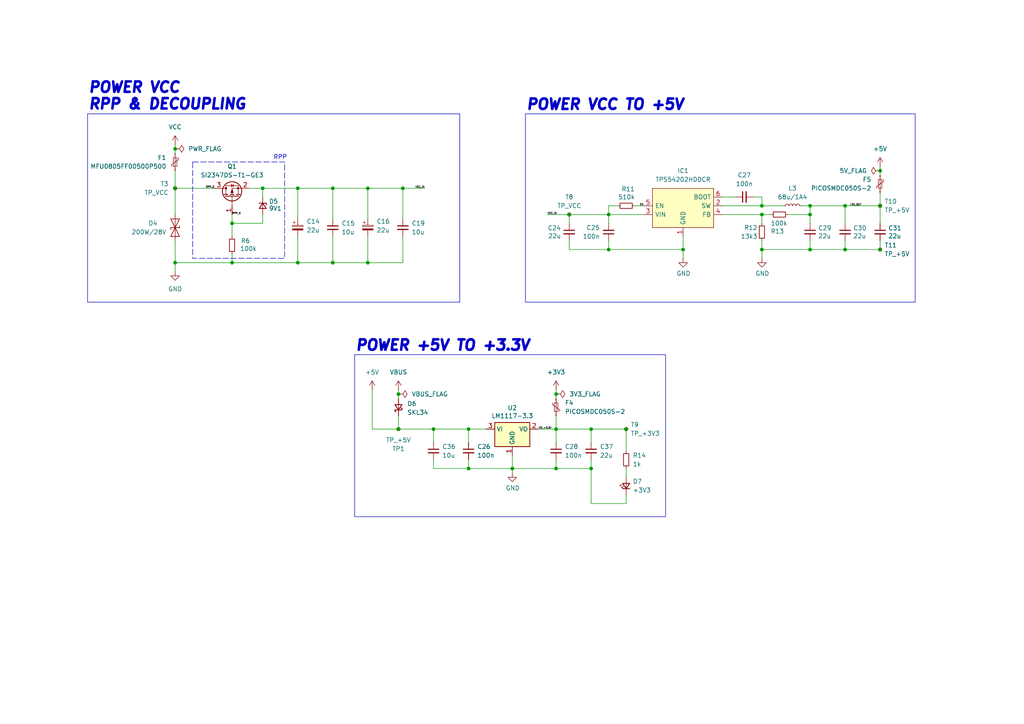
<source format=kicad_sch>
(kicad_sch (version 20250114) (generator "eeschema") (generator_version "9.0")
  (paper "A4")
  (lib_symbols
    (symbol "+5V_1" (power) (pin_numbers (hide yes)) (pin_names (offset 0) (hide yes))
      (property "Value" "+5V" (at 0 3.556 0))
      (symbol "+5V_1_0_1"
        (polyline (pts (xy -0.762 1.27) (xy 0 2.54)))
        (polyline (pts (xy 0 2.54) (xy 0.762 1.27)))
        (polyline (pts (xy 0 0) (xy 0 2.54)))
      )
      (symbol "+5V_1_1_1"
        (pin power_in line (at 0 0 90) (length 0) (name "~") (number "1"))
      )
    )
    (symbol "Connector:TestPoint_Small" (pin_numbers (hide yes)) (pin_names (offset 0.762) (hide yes))
      (property "Reference" "TP" (at 0 3.81 0))
      (property "Value" "TestPoint_Small" (at 0 2.032 0))
      (symbol "TestPoint_Small_0_1"
        (circle (center 0 0) (radius 0.508))
      )
      (symbol "TestPoint_Small_1_1"
        (pin passive line (at 0 0 90) (length 0) (name "1") (number "1"))
      )
    )
    (symbol "Device:C_Polarized_Small" (pin_numbers (hide yes)) (pin_names (offset 0.254) (hide yes))
      (property "Reference" "C" (at 0.254 1.778 0))
      (property "Value" "C_Polarized_Small" (at 0.254 -2.032 0))
      (symbol "C_Polarized_Small_0_1"
        (rectangle (start -1.524 0.6858) (end 1.524 0.3048))
        (rectangle (start -1.524 -0.3048) (end 1.524 -0.6858) (fill (type outline)))
        (polyline (pts (xy -1.27 1.524) (xy -0.762 1.524)))
        (polyline (pts (xy -1.016 1.27) (xy -1.016 1.778)))
      )
      (symbol "C_Polarized_Small_1_1"
        (pin passive line (at 0 2.54 270) (length 1.8542) (name "~") (number "1"))
        (pin passive line (at 0 -2.54 90) (length 1.8542) (name "~") (number "2"))
      )
    )
    (symbol "Device:C_Small" (pin_numbers (hide yes)) (pin_names (offset 0.254) (hide yes))
      (property "Reference" "C" (at 0.254 1.778 0))
      (property "Value" "C_Small" (at 0.254 -2.032 0))
      (symbol "C_Small_0_1"
        (polyline (pts (xy -1.524 0.508) (xy 1.524 0.508)) (stroke (width 0.3048)))
        (polyline (pts (xy -1.524 -0.508) (xy 1.524 -0.508)) (stroke (width 0.3302)))
      )
      (symbol "C_Small_1_1"
        (pin passive line (at 0 2.54 270) (length 2.032) (name "~") (number "1"))
        (pin passive line (at 0 -2.54 90) (length 2.032) (name "~") (number "2"))
      )
    )
    (symbol "Device:D_Schottky_Small" (pin_numbers (hide yes)) (pin_names (offset 0.254) (hide yes))
      (property "Reference" "D" (at -1.27 2.032 0))
      (property "Value" "D_Schottky_Small" (at -7.112 -2.032 0))
      (symbol "D_Schottky_Small_0_1"
        (polyline (pts (xy -1.27 0.762) (xy -1.27 1.016) (xy -0.762 1.016) (xy -0.762 -1.016) (xy -0.254 -1.016) (xy -0.254 -0.762)) (stroke (width 0.254)))
        (polyline (pts (xy -0.762 0) (xy 0.762 0)))
        (polyline (pts (xy 0.762 -1.016) (xy -0.762 0) (xy 0.762 1.016) (xy 0.762 -1.016)) (stroke (width 0.254)))
      )
      (symbol "D_Schottky_Small_1_1"
        (pin passive line (at -2.54 0 0) (length 1.778) (name "K") (number "1"))
        (pin passive line (at 2.54 0 180) (length 1.778) (name "A") (number "2"))
      )
    )
    (symbol "Device:D_Zener_Small" (pin_numbers (hide yes)) (pin_names (offset 0.254) (hide yes))
      (property "Reference" "D" (at 0 2.286 0))
      (property "Value" "D_Zener_Small" (at 0 -2.286 0))
      (symbol "D_Zener_Small_0_1"
        (polyline (pts (xy -0.254 1.016) (xy -0.762 1.016) (xy -0.762 -1.016)) (stroke (width 0.254)))
        (polyline (pts (xy 0.762 1.016) (xy -0.762 0) (xy 0.762 -1.016) (xy 0.762 1.016)) (stroke (width 0.254)))
        (polyline (pts (xy 0.762 0) (xy -0.762 0)))
      )
      (symbol "D_Zener_Small_1_1"
        (pin passive line (at -2.54 0 0) (length 1.778) (name "K") (number "1"))
        (pin passive line (at 2.54 0 180) (length 1.778) (name "A") (number "2"))
      )
    )
    (symbol "Device:LED_Small" (pin_numbers (hide yes)) (pin_names (offset 0.254) (hide yes))
      (property "Reference" "D" (at -1.27 3.175 0))
      (property "Value" "LED_Small" (at -4.445 -2.54 0))
      (symbol "LED_Small_0_1"
        (polyline (pts (xy -0.762 -1.016) (xy -0.762 1.016)) (stroke (width 0.254)))
        (polyline (pts (xy 0 0.762) (xy -0.508 1.27) (xy -0.254 1.27) (xy -0.508 1.27) (xy -0.508 1.016)))
        (polyline (pts (xy 0.508 1.27) (xy 0 1.778) (xy 0.254 1.778) (xy 0 1.778) (xy 0 1.524)))
        (polyline (pts (xy 0.762 -1.016) (xy -0.762 0) (xy 0.762 1.016) (xy 0.762 -1.016)) (stroke (width 0.254)))
        (polyline (pts (xy 1.016 0) (xy -0.762 0)))
      )
      (symbol "LED_Small_1_1"
        (pin passive line (at -2.54 0 0) (length 1.778) (name "K") (number "1"))
        (pin passive line (at 2.54 0 180) (length 1.778) (name "A") (number "2"))
      )
    )
    (symbol "Device:Polyfuse_Small" (pin_numbers (hide yes)) (pin_names (offset 0))
      (property "Reference" "F" (at -1.905 0 90))
      (property "Value" "Polyfuse_Small" (at 1.905 0 90))
      (symbol "Polyfuse_Small_0_1"
        (polyline (pts (xy -1.016 1.27) (xy -1.016 0.762) (xy 1.016 -0.762) (xy 1.016 -1.27)))
        (rectangle (start -0.508 1.27) (end 0.508 -1.27))
        (polyline (pts (xy 0 2.54) (xy 0 -2.54)))
      )
      (symbol "Polyfuse_Small_1_1"
        (pin passive line (at 0 2.54 270) (length 0.635) (name "~") (number "1"))
        (pin passive line (at 0 -2.54 90) (length 0.635) (name "~") (number "2"))
      )
    )
    (symbol "Device:R_Small" (pin_numbers (hide yes)) (pin_names (offset 0.254) (hide yes))
      (property "Reference" "R" (at 0.762 0.508 0))
      (property "Value" "R_Small" (at 0.762 -1.016 0))
      (symbol "R_Small_0_1"
        (rectangle (start -0.762 1.778) (end 0.762 -1.778) (stroke (width 0.2032)))
      )
      (symbol "R_Small_1_1"
        (pin passive line (at 0 2.54 270) (length 0.762) (name "~") (number "1"))
        (pin passive line (at 0 -2.54 90) (length 0.762) (name "~") (number "2"))
      )
    )
    (symbol "Diode:SD24_SOD323" (pin_numbers (hide yes)) (pin_names (offset 1.016) (hide yes))
      (property "Reference" "D" (at 0 2.54 0))
      (property "Value" "SD24_SOD323" (at 0 -2.54 0))
      (symbol "SD24_SOD323_0_1"
        (polyline (pts (xy -2.54 -1.27) (xy 0 0) (xy -2.54 1.27) (xy -2.54 -1.27)) (stroke (width 0.2032)))
        (polyline (pts (xy 0.508 1.27) (xy 0 1.27) (xy 0 -1.27) (xy -0.508 -1.27)) (stroke (width 0.2032)))
        (polyline (pts (xy 1.27 0) (xy -1.27 0)))
        (polyline (pts (xy 2.54 1.27) (xy 2.54 -1.27) (xy 0 0) (xy 2.54 1.27)) (stroke (width 0.2032)))
      )
      (symbol "SD24_SOD323_1_1"
        (pin passive line (at -3.81 0 0) (length 2.54) (name "A1") (number "1"))
        (pin passive line (at 3.81 0 180) (length 2.54) (name "A2") (number "2"))
      )
    )
    (symbol "Regulator_Linear:LM1117MP-3.3"
      (property "Reference" "U" (at -3.81 3.175 0))
      (property "Value" "LM1117MP-3.3" (at 0 3.175 0))
      (symbol "LM1117MP-3.3_0_1"
        (rectangle (start -5.08 -5.08) (end 5.08 1.905) (stroke (width 0.254)) (fill (type background)))
      )
      (symbol "LM1117MP-3.3_1_1"
        (pin power_in line (at -7.62 0 0) (length 2.54) (name "VI") (number "3"))
        (pin power_in line (at 0 -7.62 90) (length 2.54) (name "GND") (number "1"))
        (pin power_out line (at 7.62 0 180) (length 2.54) (name "VO") (number "2"))
      )
    )
    (symbol "SamacsysNew:TPS54202HDDCR" (pin_names (offset 0.762))
      (property "Reference" "IC" (at 24.13 7.62 0))
      (property "Value" "TPS54202HDDCR" (at 24.13 5.08 0))
      (symbol "TPS54202HDDCR_0_0"
        (pin passive line (at -13.97 0 0) (length 2.54) (name "EN") (number "5"))
        (pin passive line (at -13.97 -2.54 0) (length 2.54) (name "VIN") (number "3"))
        (pin passive line (at 8.89 2.54 180) (length 2.54) (name "BOOT") (number "6"))
        (pin passive line (at 8.89 0 180) (length 2.54) (name "SW") (number "2"))
        (pin passive line (at 8.89 -2.54 180) (length 2.54) (name "FB") (number "4"))
      )
      (symbol "TPS54202HDDCR_1_0"
        (pin passive line (at -2.54 -8.89 90) (length 2.54) (name "GND") (number "1"))
      )
      (symbol "TPS54202HDDCR_1_1"
        (polyline (pts (xy -11.43 5.08) (xy 6.35 5.08) (xy 6.35 -6.35) (xy -11.43 -6.35) (xy -11.43 5.08)) (stroke (width 0.1524)) (fill (type background)))
      )
    )
    (symbol "Samacsys_kicad_sym:SRR4028-271Y" (pin_numbers (hide yes)) (pin_names (offset 0) (hide yes))
      (property "Reference" "L" (at 0 5.08 0))
      (property "Value" "270uF" (at 0 2.54 0))
      (symbol "SRR4028-271Y_0_1"
        (arc (start -2.032 0) (mid -1.524 0.5058) (end -1.016 0))
        (arc (start -1.016 0) (mid -0.508 0.5058) (end 0 0))
        (arc (start 0 0) (mid 0.508 0.5058) (end 1.016 0))
        (arc (start 1.016 0) (mid 1.524 0.5058) (end 2.032 0))
      )
      (symbol "SRR4028-271Y_1_1"
        (pin passive line (at -2.54 0 0) (length 0.508) (name "~") (number "1"))
        (pin passive line (at 2.54 0 180) (length 0.508) (name "~") (number "2"))
      )
    )
    (symbol "Transistor_FET:Q_PMOS_GSD" (pin_names (offset 0) (hide yes))
      (property "Reference" "Q" (at 5.08 1.905 0))
      (property "Value" "Q_PMOS_GSD" (at 5.08 0 0))
      (symbol "Q_PMOS_GSD_0_1"
        (polyline (pts (xy 0.254 1.905) (xy 0.254 -1.905)) (stroke (width 0.254)))
        (polyline (pts (xy 0.254 0) (xy -2.54 0)))
        (polyline (pts (xy 0.762 2.286) (xy 0.762 1.27)) (stroke (width 0.254)))
        (polyline (pts (xy 0.762 1.778) (xy 3.302 1.778) (xy 3.302 -1.778) (xy 0.762 -1.778)))
        (polyline (pts (xy 0.762 0.508) (xy 0.762 -0.508)) (stroke (width 0.254)))
        (polyline (pts (xy 0.762 -1.27) (xy 0.762 -2.286)) (stroke (width 0.254)))
        (circle (center 1.651 0) (radius 2.794) (stroke (width 0.254)))
        (polyline (pts (xy 2.286 0) (xy 1.27 0.381) (xy 1.27 -0.381) (xy 2.286 0)) (fill (type outline)))
        (polyline (pts (xy 2.54 2.54) (xy 2.54 1.778)))
        (circle (center 2.54 1.778) (radius 0.254) (fill (type outline)))
        (circle (center 2.54 -1.778) (radius 0.254) (fill (type outline)))
        (polyline (pts (xy 2.54 -2.54) (xy 2.54 0) (xy 0.762 0)))
        (polyline (pts (xy 2.921 -0.381) (xy 3.683 -0.381)))
        (polyline (pts (xy 3.302 -0.381) (xy 2.921 0.254) (xy 3.683 0.254) (xy 3.302 -0.381)))
      )
      (symbol "Q_PMOS_GSD_1_1"
        (pin input line (at -5.08 0 0) (length 2.54) (name "G") (number "1"))
        (pin passive line (at 2.54 5.08 270) (length 2.54) (name "D") (number "3"))
        (pin passive line (at 2.54 -5.08 90) (length 2.54) (name "S") (number "2"))
      )
    )
    (symbol "power:+3V3" (power) (pin_numbers (hide yes)) (pin_names (offset 0) (hide yes))
      (property "Value" "+3V3" (at 0 3.556 0))
      (symbol "+3V3_0_1"
        (polyline (pts (xy -0.762 1.27) (xy 0 2.54)))
        (polyline (pts (xy 0 2.54) (xy 0.762 1.27)))
        (polyline (pts (xy 0 0) (xy 0 2.54)))
      )
      (symbol "+3V3_1_1"
        (pin power_in line (at 0 0 90) (length 0) (name "~") (number "1"))
      )
    )
    (symbol "power:GND" (power) (pin_numbers (hide yes)) (pin_names (offset 0) (hide yes))
      (property "Value" "GND" (at 0 -3.81 0))
      (symbol "GND_0_1"
        (polyline (pts (xy 0 0) (xy 0 -1.27) (xy 1.27 -1.27) (xy 0 -2.54) (xy -1.27 -1.27) (xy 0 -1.27)))
      )
      (symbol "GND_1_1"
        (pin power_in line (at 0 0 270) (length 0) (name "~") (number "1"))
      )
    )
    (symbol "power:PWR_FLAG" (power) (pin_numbers (hide yes)) (pin_names (offset 0) (hide yes))
      (property "Value" "PWR_FLAG" (at 0 3.81 0))
      (symbol "PWR_FLAG_0_0"
        (pin power_out line (at 0 0 90) (length 0) (name "~") (number "1"))
      )
      (symbol "PWR_FLAG_0_1"
        (polyline (pts (xy 0 0) (xy 0 1.27) (xy -1.016 1.905) (xy 0 2.54) (xy 1.016 1.905) (xy 0 1.27)))
      )
    )
    (symbol "power:VBUS" (power) (pin_numbers (hide yes)) (pin_names (offset 0) (hide yes))
      (property "Value" "VBUS" (at 0 3.556 0))
      (symbol "VBUS_0_1"
        (polyline (pts (xy -0.762 1.27) (xy 0 2.54)))
        (polyline (pts (xy 0 2.54) (xy 0.762 1.27)))
        (polyline (pts (xy 0 0) (xy 0 2.54)))
      )
      (symbol "VBUS_1_1"
        (pin power_in line (at 0 0 90) (length 0) (name "~") (number "1"))
      )
    )
    (symbol "power:VCC" (power) (pin_numbers (hide yes)) (pin_names (offset 0) (hide yes))
      (property "Value" "VCC" (at 0 3.556 0))
      (symbol "VCC_0_1"
        (polyline (pts (xy -0.762 1.27) (xy 0 2.54)))
        (polyline (pts (xy 0 2.54) (xy 0.762 1.27)))
        (polyline (pts (xy 0 0) (xy 0 2.54)))
      )
      (symbol "VCC_1_1"
        (pin power_in line (at 0 0 90) (length 0) (name "~") (number "1"))
      )
    )
  )
  (rectangle (start 102.87 102.87) (end 193.04 149.86))
  (rectangle (start 55.88 46.99) (end 82.55 74.93) (stroke (width 0) (type dash)))
  (rectangle (start 152.4 33.02) (end 265.43 87.63))
  (rectangle (start 25.4 33.02) (end 133.35 87.63))
  (text "POWER +5V TO +3.3V" (at 102.87 100.33 0) (effects (font (size 3 3) (thickness 2) (bold yes) (italic yes)) (justify left)))
  (text "POWER VCC\nRPP & DECOUPLING" (at 25.4 27.94 0) (effects (font (size 3 3) (thickness 2) (bold yes) (italic yes)) (justify left)))
  (text "RPP" (at 81.28 45.72 0) (effects (font (size 1.27 1.27))))
  (text "POWER VCC TO +5V" (at 152.4 30.48 0) (effects (font (size 3 3) (thickness 2) (bold yes) (italic yes)) (justify left)))
  (junction (at 50.8 43.18))
  (junction (at 106.68 54.61))
  (junction (at 161.29 124.46))
  (junction (at 115.57 114.3))
  (junction (at 161.29 135.89))
  (junction (at 135.89 135.89))
  (junction (at 198.12 72.39))
  (junction (at 220.98 62.23))
  (junction (at 165.1 62.23))
  (junction (at 234.95 72.39))
  (junction (at 234.95 62.23))
  (junction (at 135.89 124.46))
  (junction (at 96.52 76.2))
  (junction (at 125.73 124.46))
  (junction (at 67.31 64.77))
  (junction (at 96.52 54.61))
  (junction (at 67.31 76.2))
  (junction (at 116.84 54.61))
  (junction (at 50.8 54.61))
  (junction (at 115.57 124.46))
  (junction (at 171.45 135.89))
  (junction (at 181.61 124.46))
  (junction (at 86.36 54.61))
  (junction (at 76.2 54.61))
  (junction (at 176.53 72.39))
  (junction (at 161.29 114.3))
  (junction (at 220.98 59.69))
  (junction (at 245.11 72.39))
  (junction (at 176.53 62.23))
  (junction (at 255.27 72.39))
  (junction (at 255.27 49.53))
  (junction (at 220.98 72.39))
  (junction (at 86.36 76.2))
  (junction (at 50.8 76.2))
  (junction (at 171.45 124.46))
  (junction (at 245.11 59.69))
  (junction (at 148.59 135.89))
  (junction (at 106.68 76.2))
  (junction (at 234.95 59.69))
  (junction (at 255.27 59.69))
  (wire (pts (xy 209.55 59.69) (xy 220.98 59.69)))
  (wire (pts (xy 176.53 62.23) (xy 186.69 62.23)))
  (wire (pts (xy 106.68 76.2) (xy 116.84 76.2)))
  (wire (pts (xy 171.45 135.89) (xy 171.45 146.05)))
  (wire (pts (xy 50.8 76.2) (xy 67.31 76.2)))
  (wire (pts (xy 135.89 124.46) (xy 140.97 124.46)))
  (wire (pts (xy 148.59 135.89) (xy 161.29 135.89)))
  (wire (pts (xy 67.31 64.77) (xy 67.31 68.58)))
  (wire (pts (xy 125.73 133.35) (xy 125.73 135.89)))
  (wire (pts (xy 72.39 54.61) (xy 76.2 54.61)))
  (wire (pts (xy 198.12 72.39) (xy 176.53 72.39)))
  (wire (pts (xy 165.1 62.23) (xy 165.1 64.77)))
  (wire (pts (xy 107.95 124.46) (xy 115.57 124.46)))
  (wire (pts (xy 135.89 135.89) (xy 148.59 135.89)))
  (wire (pts (xy 255.27 69.85) (xy 255.27 72.39)))
  (wire (pts (xy 161.29 120.65) (xy 161.29 124.46)))
  (wire (pts (xy 245.11 69.85) (xy 245.11 72.39)))
  (wire (pts (xy 171.45 124.46) (xy 171.45 128.27)))
  (wire (pts (xy 161.29 124.46) (xy 161.29 128.27)))
  (wire (pts (xy 67.31 62.23) (xy 67.31 64.77)))
  (wire (pts (xy 198.12 72.39) (xy 198.12 74.93)))
  (wire (pts (xy 107.95 113.03) (xy 107.95 124.46)))
  (wire (pts (xy 156.21 124.46) (xy 161.29 124.46)))
  (wire (pts (xy 209.55 62.23) (xy 220.98 62.23)))
  (wire (pts (xy 115.57 114.3) (xy 115.57 115.57)))
  (wire (pts (xy 245.11 59.69) (xy 234.95 59.69)))
  (wire (pts (xy 184.15 59.69) (xy 186.69 59.69)))
  (wire (pts (xy 218.44 57.15) (xy 220.98 57.15)))
  (wire (pts (xy 116.84 76.2) (xy 116.84 68.58)))
  (wire (pts (xy 50.8 49.53) (xy 50.8 54.61)))
  (wire (pts (xy 67.31 64.77) (xy 76.2 64.77)))
  (wire (pts (xy 234.95 59.69) (xy 234.95 62.23)))
  (wire (pts (xy 255.27 49.53) (xy 255.27 48.26)))
  (wire (pts (xy 115.57 113.03) (xy 115.57 114.3)))
  (wire (pts (xy 255.27 72.39) (xy 245.11 72.39)))
  (wire (pts (xy 161.29 135.89) (xy 171.45 135.89)))
  (wire (pts (xy 176.53 72.39) (xy 176.53 69.85)))
  (wire (pts (xy 158.75 62.23) (xy 165.1 62.23)))
  (wire (pts (xy 125.73 124.46) (xy 135.89 124.46)))
  (wire (pts (xy 255.27 59.69) (xy 245.11 59.69)))
  (wire (pts (xy 228.6 62.23) (xy 234.95 62.23)))
  (wire (pts (xy 135.89 124.46) (xy 135.89 128.27)))
  (wire (pts (xy 76.2 62.23) (xy 76.2 64.77)))
  (wire (pts (xy 86.36 54.61) (xy 96.52 54.61)))
  (wire (pts (xy 50.8 41.91) (xy 50.8 43.18)))
  (wire (pts (xy 165.1 72.39) (xy 176.53 72.39)))
  (wire (pts (xy 165.1 69.85) (xy 165.1 72.39)))
  (wire (pts (xy 115.57 120.65) (xy 115.57 124.46)))
  (wire (pts (xy 106.68 54.61) (xy 106.68 63.5)))
  (wire (pts (xy 255.27 59.69) (xy 255.27 64.77)))
  (wire (pts (xy 96.52 68.58) (xy 96.52 76.2)))
  (wire (pts (xy 220.98 59.69) (xy 227.33 59.69)))
  (wire (pts (xy 198.12 68.58) (xy 198.12 72.39)))
  (wire (pts (xy 67.31 76.2) (xy 86.36 76.2)))
  (wire (pts (xy 86.36 76.2) (xy 96.52 76.2)))
  (wire (pts (xy 115.57 124.46) (xy 125.73 124.46)))
  (wire (pts (xy 234.95 72.39) (xy 220.98 72.39)))
  (wire (pts (xy 50.8 69.85) (xy 50.8 76.2)))
  (wire (pts (xy 181.61 124.46) (xy 181.61 130.81)))
  (wire (pts (xy 234.95 69.85) (xy 234.95 72.39)))
  (wire (pts (xy 171.45 146.05) (xy 181.61 146.05)))
  (wire (pts (xy 50.8 54.61) (xy 62.23 54.61)))
  (wire (pts (xy 176.53 62.23) (xy 176.53 64.77)))
  (wire (pts (xy 125.73 124.46) (xy 125.73 128.27)))
  (wire (pts (xy 161.29 133.35) (xy 161.29 135.89)))
  (wire (pts (xy 148.59 135.89) (xy 148.59 137.16)))
  (wire (pts (xy 161.29 124.46) (xy 171.45 124.46)))
  (wire (pts (xy 96.52 54.61) (xy 106.68 54.61)))
  (wire (pts (xy 171.45 124.46) (xy 181.61 124.46)))
  (wire (pts (xy 76.2 57.15) (xy 76.2 54.61)))
  (wire (pts (xy 255.27 59.69) (xy 255.27 55.88)))
  (wire (pts (xy 116.84 54.61) (xy 123.19 54.61)))
  (wire (pts (xy 86.36 68.58) (xy 86.36 76.2)))
  (wire (pts (xy 220.98 72.39) (xy 220.98 69.85)))
  (wire (pts (xy 135.89 133.35) (xy 135.89 135.89)))
  (wire (pts (xy 171.45 133.35) (xy 171.45 135.89)))
  (wire (pts (xy 223.52 62.23) (xy 220.98 62.23)))
  (wire (pts (xy 96.52 76.2) (xy 106.68 76.2)))
  (wire (pts (xy 50.8 43.18) (xy 50.8 44.45)))
  (wire (pts (xy 245.11 72.39) (xy 234.95 72.39)))
  (wire (pts (xy 86.36 54.61) (xy 86.36 63.5)))
  (wire (pts (xy 220.98 62.23) (xy 220.98 64.77)))
  (wire (pts (xy 96.52 54.61) (xy 96.52 63.5)))
  (wire (pts (xy 67.31 76.2) (xy 67.31 73.66)))
  (wire (pts (xy 176.53 59.69) (xy 176.53 62.23)))
  (wire (pts (xy 245.11 59.69) (xy 245.11 64.77)))
  (wire (pts (xy 181.61 143.51) (xy 181.61 146.05)))
  (wire (pts (xy 125.73 135.89) (xy 135.89 135.89)))
  (wire (pts (xy 161.29 114.3) (xy 161.29 115.57)))
  (wire (pts (xy 179.07 59.69) (xy 176.53 59.69)))
  (wire (pts (xy 76.2 54.61) (xy 86.36 54.61)))
  (wire (pts (xy 116.84 54.61) (xy 116.84 63.5)))
  (wire (pts (xy 209.55 57.15) (xy 213.36 57.15)))
  (wire (pts (xy 50.8 54.61) (xy 50.8 62.23)))
  (wire (pts (xy 161.29 113.03) (xy 161.29 114.3)))
  (wire (pts (xy 50.8 76.2) (xy 50.8 78.74)))
  (wire (pts (xy 255.27 50.8) (xy 255.27 49.53)))
  (wire (pts (xy 234.95 62.23) (xy 234.95 64.77)))
  (wire (pts (xy 106.68 68.58) (xy 106.68 76.2)))
  (wire (pts (xy 220.98 59.69) (xy 220.98 57.15)))
  (wire (pts (xy 234.95 59.69) (xy 232.41 59.69)))
  (wire (pts (xy 181.61 135.89) (xy 181.61 138.43)))
  (wire (pts (xy 176.53 62.23) (xy 165.1 62.23)))
  (wire (pts (xy 106.68 54.61) (xy 116.84 54.61)))
  (wire (pts (xy 220.98 72.39) (xy 220.98 74.93)))
  (wire (pts (xy 148.59 132.08) (xy 148.59 135.89)))
  (label "VCC_IN" (at 158.75 62.23 0) (effects (font (size 0.508 0.508))))
  (label "EN" (at 186.69 59.69 180) (effects (font (size 0.508 0.508))))
  (label "RPP_G" (at 67.31 62.23 0) (effects (font (size 0.508 0.508))))
  (label "RPP_D" (at 62.23 54.61 180) (effects (font (size 0.508 0.508))))
  (label "+5V_OUT" (at 246.38 59.69 0) (effects (font (size 0.5 0.5))))
  (label "VCC_IN" (at 123.19 54.61 180) (effects (font (size 0.508 0.508))))
  (label "VO_+3.3V" (at 156.21 124.46 0) (effects (font (size 0.508 0.508))))
  (symbol (lib_id "power:GND") (at 220.98 74.93 0) (unit 1)
    (property "Reference" "#PWR016" (effects (hide yes)))
    (property "Value" "GND" (at 221.107 79.3242 0))
  )
  (symbol (lib_id "Connector:TestPoint_Small") (at 115.57 124.46 90) (mirror x) (unit 1)
    (property "Reference" "TP1" (at 115.57 130.175 90))
    (property "Value" "TP_+5V" (at 115.57 127.635 90))
    (property "Footprint" "TestPoint:TestPoint_Pad_1.0x1.0mm" (effects (hide yes)))
    (property "Description" "test point" (effects (hide yes)))
  )
  (symbol (lib_id "power:PWR_FLAG") (at 161.29 114.3 270) (unit 1)
    (property "Reference" "#FLG06" (effects (hide yes)))
    (property "Value" "3V3_FLAG" (at 165.1 114.2999 90) (effects (justify left)))
    (property "Description" "Special symbol for telling ERC where power comes from" (effects (hide yes)))
  )
  (symbol (lib_id "power:GND") (at 50.8 78.74 0) (unit 1)
    (property "Reference" "#PWR08" (effects (hide yes)))
    (property "Value" "GND" (at 50.8 83.82 0))
    (property "Description" "Power symbol creates a global label with name \"GND\" , ground" (effects (hide yes)))
  )
  (symbol (lib_id "Connector:TestPoint_Small") (at 181.61 124.46 0) (unit 1)
    (property "Reference" "T9" (at 182.88 123.1899 0) (effects (justify left)))
    (property "Value" "TP_+3V3" (at 182.88 125.7299 0) (effects (justify left)))
    (property "Footprint" "TestPoint:TestPoint_Pad_1.0x1.0mm" (effects (hide yes)))
    (property "Description" "test point" (effects (hide yes)))
  )
  (symbol (lib_id "Device:R_Small") (at 181.61 59.69 270) (unit 1)
    (property "Reference" "R11" (at 184.15 54.8386 90) (effects (justify right)))
    (property "Value" "510k" (at 184.15 57.15 90) (effects (justify right)))
    (property "Footprint" "Resistor_SMD:R_0603_1608Metric_Pad0.98x0.95mm_HandSolder" (effects (hide yes)))
    (property "Datasheet" "https://www.mouser.pl/datasheet/2/447/PYu_RT_1_to_0_01_RoHS_L_15-3461507.pdf" (effects (hide yes)))
    (property "Manufacturer_Name" "--" (effects (hide yes)))
    (property "Manufacturer_Part_Number" "RT0603DRD07510KL" (effects (hide yes)))
    (property "Mouser Part Number" "603-RT0603DRD07510KL" (effects (hide yes)))
    (property "Mouser Price/Stock" "https://www.mouser.pl/ProductDetail/YAGEO/RT0603DRD07510KL?qs=sGAEpiMZZMvdGkrng054ty4ODOmm8zHWC2NtN%2FxoXMDt5RcWrhCwTg%3D%3D" (effects (hide yes)))
  )
  (symbol (lib_id "Connector:TestPoint_Small") (at 50.8 54.61 0) (mirror y) (unit 1)
    (property "Reference" "T3" (at 48.895 53.3399 0) (effects (justify left)))
    (property "Value" "TP_VCC" (at 48.895 55.8799 0) (effects (justify left)))
    (property "Footprint" "TestPoint:TestPoint_Pad_1.0x1.0mm" (effects (hide yes)))
    (property "Description" "test point" (effects (hide yes)))
  )
  (symbol (lib_id "Samacsys_kicad_sym:SRR4028-271Y") (at 229.87 59.69 0) (unit 1)
    (property "Reference" "L3" (at 229.87 54.61 0))
    (property "Value" "68u/1A4" (at 229.87 57.15 0))
    (property "Footprint" "Inductor_SMD:L_TDK_VLS6045EX_VLS6045AF" (effects (hide yes)))
    (property "Datasheet" "https://product.tdk.com/system/files/dam/doc/product/inductor/inductor/smd/catalog/inductor_commercial_power_vls6045ex_en.pdf" (effects (hide yes)))
    (property "Description" "Power Inductors - SMD 68uH 20% 0.31mohms 1A 6x6x4.5mm" (effects (hide yes)))
    (property "Height" "4.5mm" (effects (hide yes)))
    (property "Mouser Part Number" "810-VLS6045EX-680M" (effects (hide yes)))
    (property "Mouser Price/Stock" "https://www.mouser.pl/ProductDetail/TDK/VLS6045EX-680M?qs=oF%2FSscNnLpBLjomrKRgHaA%3D%3D" (effects (hide yes)))
    (property "Manufacturer_Name" "TDK" (effects (hide yes)))
    (property "Manufacturer_Part_Number" " VLS6045EX-680M" (effects (hide yes)))
  )
  (symbol (lib_name "+5V_1") (lib_id "power:+5V") (at 255.27 48.26 0) (unit 1)
    (property "Reference" "#PWR019" (effects (hide yes)))
    (property "Value" "+5V" (at 255.27 43.18 0))
    (property "Description" "Power symbol creates a global label with name \"+5V\"" (effects (hide yes)))
  )
  (symbol (lib_id "power:PWR_FLAG") (at 115.57 114.3 270) (unit 1)
    (property "Reference" "#FLG05" (effects (hide yes)))
    (property "Value" "VBUS_FLAG" (at 119.38 114.2999 90) (effects (justify left)))
    (property "Description" "Special symbol for telling ERC where power comes from" (effects (hide yes)))
  )
  (symbol (lib_id "Device:D_Zener_Small") (at 76.2 59.69 270) (unit 1)
    (property "Reference" "D5" (at 77.978 58.42 90) (effects (justify left)))
    (property "Value" "9V1" (at 77.978 60.452 90) (effects (justify left)))
    (property "Footprint" "Diode_SMD:D_SOD-323_HandSoldering" (effects (hide yes)))
    (property "Datasheet" "https://eu.mouser.com/datasheet/2/258/MMXZ5223B_MMXZ5259B_SOD_323_-3365927.pdf" (effects (hide yes)))
    (property "Description" "Zener diode 9.1V" (effects (hide yes)))
    (property "Mouser Price/Stock" "https://eu.mouser.com/ProductDetail/Micro-Commercial-Components-MCC/MMXZ5239B-TP?qs=ZNK0BnemlqF4shEFWztjGQ%3D%3D" (effects (hide yes)))
  )
  (symbol (lib_id "SamacsysNew:TPS54202HDDCR") (at 200.66 59.69 0) (unit 1)
    (property "Reference" "IC1" (at 198.12 49.53 0))
    (property "Value" "TPS54202HDDCR" (at 198.12 52.07 0))
    (property "Footprint" "Package_TO_SOT_SMD:SOT-23-6_Handsoldering" (effects (hide yes)))
    (property "Datasheet" "http://www.ti.com/lit/gpn/tps54202h" (effects (hide yes)))
    (property "Description" "4.5V to 28V Input, 2A Output, Synchronous Step-Down Voltage Converter" (effects (hide yes)))
    (property "Height" "1.1" (effects (hide yes)))
    (property "Mouser Part Number" "595-TPS54202HDDCR" (effects (hide yes)))
    (property "Mouser Price/Stock" "https://www.mouser.co.uk/ProductDetail/Texas-Instruments/TPS54202HDDCR?qs=uP22XH7NdCtzy%252BOdxI8qhQ%3D%3D" (effects (hide yes)))
    (property "Manufacturer_Name" "Texas Instruments" (effects (hide yes)))
    (property "Manufacturer_Part_Number" "TPS54202HDDCR" (effects (hide yes)))
  )
  (symbol (lib_id "Device:C_Polarized_Small") (at 86.36 66.04 0) (unit 1)
    (property "Reference" "C14" (at 88.9 64.2238 0) (effects (justify left)))
    (property "Value" "22u" (at 88.9 66.7638 0) (effects (justify left)))
    (property "Footprint" "Capacitor_SMD:CP_Elec_4x5.8" (effects (hide yes)))
    (property "Datasheet" "https://www.mouser.pl/datasheet/2/293/e_ucm-2399683.pdf" (effects (hide yes)))
    (property "Description" "Polarized capacitor, small symbol" (effects (hide yes)))
    (property "Mouser Price/Stock" "https://www.mouser.pl/ProductDetail/Nichicon/UCM1V220MCL1GS?qs=DSgADHjnLTmugNSFk50cwA%3D%3D" (effects (hide yes)))
  )
  (symbol (lib_id "Device:C_Small") (at 125.73 130.81 0) (unit 1)
    (property "Reference" "C36" (at 128.27 129.5462 0) (effects (justify left)))
    (property "Value" "10u" (at 128.27 132.0862 0) (effects (justify left)))
    (property "Footprint" "Capacitor_SMD:C_0603_1608Metric_Pad1.08x0.95mm_HandSolder" (effects (hide yes)))
    (property "Datasheet" "https://www.mouser.pl/datasheet/2/281/1/GRM188R6YA106MA73_01A-1985794.pdf" (effects (hide yes)))
    (property "Description" "Unpolarized capacitor, small symbol" (effects (hide yes)))
    (property "Mouser Price/Stock" "https://www.mouser.pl/ProductDetail/Murata-Electronics/GRM188R6YA106MA73J?qs=5aG0NVq1C4xLSwNPdfnaYg%3D%3D" (effects (hide yes)))
  )
  (symbol (lib_id "Device:C_Small") (at 215.9 57.15 90) (unit 1)
    (property "Reference" "C27" (at 215.9063 50.8 90))
    (property "Value" "100n" (at 215.9063 53.34 90))
    (property "Footprint" "Capacitor_SMD:C_0603_1608Metric_Pad1.08x0.95mm_HandSolder" (effects (hide yes)))
    (property "Datasheet" "https://www.mouser.pl/datasheet/2/281/1/GRM033R6YA104ME14_01A-1982036.pdf" (effects (hide yes)))
    (property "Description" "Unpolarized capacitor, small symbol" (effects (hide yes)))
    (property "Mouser Price/Stock" "https://www.mouser.pl/ProductDetail/Murata-Electronics/GRM033R6YA104ME14D?qs=P%2FC4Eoq9CDwjSVlAMBrT%252Bw%3D%3D" (effects (hide yes)))
  )
  (symbol (lib_id "Device:C_Small") (at 245.11 67.31 0) (unit 1)
    (property "Reference" "C30" (at 247.4468 66.1416 0) (effects (justify left)))
    (property "Value" "22u" (at 247.4468 68.453 0) (effects (justify left)))
    (property "Footprint" "Capacitor_SMD:C_0805_2012Metric_Pad1.18x1.45mm_HandSolder" (effects (hide yes)))
    (property "Datasheet" "https://product.tdk.com/system/files/dam/doc/product/capacitor/ceramic/mlcc/catalog/mlcc_commercial_general_en.pdf" (effects (hide yes)))
    (property "Manufacturer_Name" "MCASH21GCC7684MTCA1J" (effects (hide yes)))
    (property "Manufacturer_Part_Number" "CL21A107MQYNNWE" (effects (hide yes)))
    (property "Mouser Part Number" "810-C2012X5R1V226MAC" (effects (hide yes)))
    (property "Mouser Price/Stock" "https://www.mouser.pl/ProductDetail/TDK/C2012X5R1V226M125AC?qs=6JAMGB%252BEdkyUk0d2Mu2IrQ%3D%3D" (effects (hide yes)))
  )
  (symbol (lib_id "Connector:TestPoint_Small") (at 255.27 72.39 0) (unit 1)
    (property "Reference" "T11" (at 256.54 71.1199 0) (effects (justify left)))
    (property "Value" "TP_+5V" (at 256.54 73.6599 0) (effects (justify left)))
    (property "Footprint" "TestPoint:TestPoint_Pad_1.0x1.0mm" (effects (hide yes)))
    (property "Description" "test point" (effects (hide yes)))
  )
  (symbol (lib_id "Device:C_Small") (at 135.89 130.81 0) (unit 1)
    (property "Reference" "C26" (at 138.43 129.5462 0) (effects (justify left)))
    (property "Value" "100n" (at 138.43 132.0862 0) (effects (justify left)))
    (property "Footprint" "Capacitor_SMD:C_0603_1608Metric_Pad1.08x0.95mm_HandSolder" (effects (hide yes)))
    (property "Datasheet" "https://www.mouser.pl/datasheet/2/281/1/GRM033R6YA104ME14_01A-1982036.pdf" (effects (hide yes)))
    (property "Description" "Unpolarized capacitor, small symbol" (effects (hide yes)))
    (property "Mouser Price/Stock" "https://www.mouser.pl/ProductDetail/Murata-Electronics/GRM033R6YA104ME14D?qs=P%2FC4Eoq9CDwjSVlAMBrT%252Bw%3D%3D" (effects (hide yes)))
  )
  (symbol (lib_id "Device:C_Small") (at 161.29 130.81 0) (unit 1)
    (property "Reference" "C28" (at 163.83 129.5462 0) (effects (justify left)))
    (property "Value" "100n" (at 163.83 132.0862 0) (effects (justify left)))
    (property "Footprint" "Capacitor_SMD:C_0603_1608Metric_Pad1.08x0.95mm_HandSolder" (effects (hide yes)))
    (property "Datasheet" "https://www.mouser.pl/datasheet/2/281/1/GRM033R6YA104ME14_01A-1982036.pdf" (effects (hide yes)))
    (property "Description" "Unpolarized capacitor, small symbol" (effects (hide yes)))
    (property "Mouser Price/Stock" "https://www.mouser.pl/ProductDetail/Murata-Electronics/GRM033R6YA104ME14D?qs=P%2FC4Eoq9CDwjSVlAMBrT%252Bw%3D%3D" (effects (hide yes)))
  )
  (symbol (lib_id "power:GND") (at 148.59 137.16 0) (unit 1)
    (property "Reference" "#PWR017" (effects (hide yes)))
    (property "Value" "GND" (at 148.717 141.5542 0))
  )
  (symbol (lib_id "Transistor_FET:Q_PMOS_GSD") (at 67.31 57.15 90) (unit 1)
    (property "Reference" "Q1" (at 67.31 48.26 90))
    (property "Value" "SI2347DS-T1-GE3" (at 67.31 50.8 90))
    (property "Footprint" "Package_TO_SOT_SMD:SOT-23-3" (effects (hide yes)))
    (property "Datasheet" "https://www.vishay.com/docs/62827/si2347ds.pdf" (effects (hide yes)))
    (property "Description" "P-MOSFET transistor, gate/source/drain" (effects (hide yes)))
    (property "Mouser Price/Stock" "https://www.mouser.pl/ProductDetail/Vishay-Semiconductors/SI2347DS-T1-GE3?qs=wnm%2FPMJNddFQv4lfacOrcA%3D%3D" (effects (hide yes)))
  )
  (symbol (lib_id "Device:R_Small") (at 226.06 62.23 90) (unit 1)
    (property "Reference" "R13" (at 223.52 67.0814 90) (effects (justify right)))
    (property "Value" "100k" (at 223.52 64.77 90) (effects (justify right)))
    (property "Footprint" "Resistor_SMD:R_0603_1608Metric_Pad0.98x0.95mm_HandSolder" (effects (hide yes)))
    (property "Datasheet" "https://www.koaspeer.com/pdfs/RK73B.pdf" (effects (hide yes)))
    (property "Manufacturer_Name" "--" (effects (hide yes)))
    (property "Manufacturer_Part_Number" "RT0603DRE07100KL" (effects (hide yes)))
    (property "Mouser Part Number" "603-RT0603DRE07100KL" (effects (hide yes)))
    (property "Mouser Price/Stock" "https://www.mouser.pl/ProductDetail/KOA-Speer/RK73B1JTTD104J?qs=sGAEpiMZZMvdGkrng054t2HaaJFon%252B0pQ1vDU7rpyKc%3D" (effects (hide yes)))
  )
  (symbol (lib_id "Device:R_Small") (at 67.31 71.12 0) (unit 1)
    (property "Reference" "R6" (at 69.85 69.8499 0) (effects (justify left)))
    (property "Value" "100k" (at 69.596 72.136 0) (effects (justify left)))
    (property "Footprint" "Resistor_SMD:R_0603_1608Metric_Pad0.98x0.95mm_HandSolder" (effects (hide yes)))
    (property "Datasheet" "https://www.koaspeer.com/pdfs/RK73B.pdf" (effects (hide yes)))
    (property "Description" "Resistor, small symbol" (effects (hide yes)))
    (property "Mouser Price/Stock" "https://www.mouser.pl/ProductDetail/KOA-Speer/RK73B1JTTD104J?qs=sGAEpiMZZMvdGkrng054t2HaaJFon%252B0pQ1vDU7rpyKc%3D" (effects (hide yes)))
  )
  (symbol (lib_id "Connector:TestPoint_Small") (at 165.1 62.23 90) (unit 1)
    (property "Reference" "T8" (at 165.1 57.15 90))
    (property "Value" "TP_VCC" (at 165.1 59.69 90))
    (property "Footprint" "TestPoint:TestPoint_Pad_1.0x1.0mm" (effects (hide yes)))
    (property "Description" "test point" (effects (hide yes)))
  )
  (symbol (lib_id "Device:C_Small") (at 165.1 67.31 0) (mirror y) (unit 1)
    (property "Reference" "C24" (at 162.7632 66.1416 0) (effects (justify left)))
    (property "Value" "22u" (at 162.7632 68.453 0) (effects (justify left)))
    (property "Footprint" "Capacitor_SMD:C_0805_2012Metric_Pad1.18x1.45mm_HandSolder" (effects (hide yes)))
    (property "Datasheet" "https://product.tdk.com/system/files/dam/doc/product/capacitor/ceramic/mlcc/catalog/mlcc_commercial_general_en.pdf" (effects (hide yes)))
    (property "Manufacturer_Name" "MCASH21GCC7684MTCA1J" (effects (hide yes)))
    (property "Manufacturer_Part_Number" "CL21A107MQYNNWE" (effects (hide yes)))
    (property "Mouser Part Number" "810-C2012X5R1V226MAC" (effects (hide yes)))
    (property "Mouser Price/Stock" "https://www.mouser.pl/ProductDetail/TDK/C2012X5R1V226M125AC?qs=6JAMGB%252BEdkyUk0d2Mu2IrQ%3D%3D" (effects (hide yes)))
  )
  (symbol (lib_id "power:+3V3") (at 161.29 113.03 0) (unit 1)
    (property "Reference" "#PWR018" (effects (hide yes)))
    (property "Value" "+3V3" (at 161.29 107.95 0))
    (property "Description" "Power symbol creates a global label with name \"+3V3\"" (effects (hide yes)))
  )
  (symbol (lib_id "power:VBUS") (at 115.57 113.03 0) (mirror y) (unit 1)
    (property "Reference" "#PWR015" (effects (hide yes)))
    (property "Value" "VBUS" (at 115.57 107.95 0))
    (property "Description" "Power symbol creates a global label with name \"VBUS\"" (effects (hide yes)))
  )
  (symbol (lib_id "Regulator_Linear:LM1117MP-3.3") (at 148.59 124.46 0) (unit 1)
    (property "Reference" "U2" (at 148.59 118.3132 0))
    (property "Value" "LM1117-3.3" (at 148.59 120.6246 0))
    (property "Footprint" "Package_TO_SOT_SMD:SOT-223-3_TabPin2" (effects (hide yes)))
    (property "Datasheet" "http://www.ti.com/lit/ds/symlink/lm1117.pdf" (effects (hide yes)))
    (property "Mouser Price/Stock" "https://www.mouser.pl/ProductDetail/Texas-Instruments/LM1117MPX-3.3-NOPB?qs=X1J7HmVL2ZHRbBIxXi4utg%3D%3D" (effects (hide yes)))
  )
  (symbol (lib_id "Device:D_Schottky_Small") (at 115.57 118.11 90) (unit 1)
    (property "Reference" "D6" (at 118.11 117.0939 90) (effects (justify right)))
    (property "Value" "SKL34" (at 118.11 119.6339 90) (effects (justify right)))
    (property "Footprint" "Diode_SMD:D_SOD-123F" (effects (hide yes)))
    (property "Datasheet" "https://diotec.com/request/datasheet/skl32.pdf" (effects (hide yes)))
    (property "Description" "Schottky diode, small symbol" (effects (hide yes)))
    (property "Mouser Price/Stock" "https://www.mouser.pl/ProductDetail/Diotec-Semiconductor/SKL34?qs=OlC7AqGiEDlypja3QtYFUQ%3D%3D" (effects (hide yes)))
  )
  (symbol (lib_id "Device:LED_Small") (at 181.61 140.97 90) (unit 1)
    (property "Reference" "D7" (at 183.515 139.6364 90) (effects (justify right)))
    (property "Value" "+3V3" (at 183.515 142.1764 90) (effects (justify right)))
    (property "Footprint" "LED_SMD:LED_0603_1608Metric_Pad1.05x0.95mm_HandSolder" (effects (hide yes)))
    (property "Datasheet" "https://www.we-online.com/components/products/datasheet/150060SS75000.pdf" (effects (hide yes)))
    (property "Description" "Light emitting diode, small symbol" (effects (hide yes)))
    (property "Mouser Price/Stock" "https://www.mouser.pl/ProductDetail/Wurth-Elektronik/150060SS75000?qs=LlUlMxKIyB0oQaxwspeTEA%3D%3D" (effects (hide yes)))
  )
  (symbol (lib_id "Device:R_Small") (at 220.98 67.31 180) (unit 1)
    (property "Reference" "R12" (at 219.71 66.04 0) (effects (justify left)))
    (property "Value" "13k3" (at 219.71 68.58 0) (effects (justify left)))
    (property "Footprint" "Resistor_SMD:R_0603_1608Metric_Pad0.98x0.95mm_HandSolder" (effects (hide yes)))
    (property "Datasheet" "https://www.mouser.pl/datasheet/2/447/PYu_RT_1_to_0_01_RoHS_L_12-3003070.pdf" (effects (hide yes)))
    (property "Manufacturer_Name" "--" (effects (hide yes)))
    (property "Manufacturer_Part_Number" "RT0603DRE0713K3L" (effects (hide yes)))
    (property "Mouser Part Number" "603-RT0603DRE0713K3L" (effects (hide yes)))
    (property "Mouser Price/Stock" "https://www.mouser.pl/ProductDetail/YAGEO/RT0603DRE0713K3L?qs=sGAEpiMZZMvdGkrng054t%252BSYh%252B1gqt95FxZ2mt2m9JM%3D" (effects (hide yes)))
  )
  (symbol (lib_id "Diode:SD24_SOD323") (at 50.8 66.04 270) (mirror x) (unit 1)
    (property "Reference" "D4" (at 45.72 64.77 90) (effects (justify right)))
    (property "Value" "200W/28V" (at 48.26 67.31 90) (effects (justify right)))
    (property "Footprint" "Diode_SMD:D_SOD-123" (effects (hide yes)))
    (property "Datasheet" "https://www.littelfuse.com/assetdocs/tvs-diodes-smf-datasheet?assetguid=7EB8A5B6-BDD0-4561-8F19-0C3CC6F9B2AF" (effects (hide yes)))
    (property "Description" "24V, 450W Discrete Bidirectional TVS Diode, SOD-323" (effects (hide yes)))
    (property "Mouser Price/Stock" "https://www.mouser.pl/ProductDetail/Littelfuse/SMF28CA?qs=d0WKAl%2BL4KYaAuaKHnfQCA%3D%3D" (effects (hide yes)))
  )
  (symbol (lib_id "Device:R_Small") (at 181.61 133.35 0) (unit 1)
    (property "Reference" "R14" (at 183.515 132.0799 0) (effects (justify left)))
    (property "Value" "1k" (at 183.515 134.6199 0) (effects (justify left)))
    (property "Footprint" "Resistor_SMD:R_0603_1608Metric_Pad0.98x0.95mm_HandSolder" (effects (hide yes)))
    (property "Datasheet" "https://www.vishay.com/docs/20035/dcrcwe3.pdf" (effects (hide yes)))
    (property "Description" "Resistor, small symbol" (effects (hide yes)))
    (property "Mouser Price/Stock" "https://www.mouser.pl/ProductDetail/Vishay-Dale/CRCW06031K00FKED?qs=sGAEpiMZZMtlubZbdhIBIKbhzOdzan%2FGTch9K0lp5pQ%3D" (effects (hide yes)))
  )
  (symbol (lib_id "Device:Polyfuse_Small") (at 255.27 53.34 0) (mirror y) (unit 1)
    (property "Reference" "F5" (at 252.73 52.0699 0) (effects (justify left)))
    (property "Value" "PICOSMDC050S-2" (at 252.73 54.6099 0) (effects (justify left)))
    (property "Footprint" "Fuse:Fuse_0805_2012Metric_Pad1.15x1.40mm_HandSolder" (effects (hide yes)))
    (property "Datasheet" "https://www.littelfuse.com/assetdocs/littelfuse-ptc-picosmdc-datasheet?assetguid=75cc9398-26da-415c-9144-183900e29204" (effects (hide yes)))
    (property "Description" "Resettable fuse, polymeric positive temperature coefficient, small symbol" (effects (hide yes)))
    (property "Mouser Price/Stock" "https://www.mouser.pl/ProductDetail/Littelfuse/PICOSMDC050S-2?qs=n8sQ3Nk5nkYQnaUyh%252BMvcA%3D%3D" (effects (hide yes)))
  )
  (symbol (lib_id "Device:C_Polarized_Small") (at 106.68 66.04 0) (unit 1)
    (property "Reference" "C16" (at 109.22 64.2238 0) (effects (justify left)))
    (property "Value" "22u" (at 109.22 66.7638 0) (effects (justify left)))
    (property "Footprint" "Capacitor_SMD:CP_Elec_4x5.8" (effects (hide yes)))
    (property "Datasheet" "https://www.mouser.pl/datasheet/2/293/e_ucm-2399683.pdf" (effects (hide yes)))
    (property "Description" "Polarized capacitor, small symbol" (effects (hide yes)))
    (property "Mouser Price/Stock" "https://www.mouser.pl/ProductDetail/Nichicon/UCM1V220MCL1GS?qs=DSgADHjnLTmugNSFk50cwA%3D%3D" (effects (hide yes)))
  )
  (symbol (lib_id "power:VCC") (at 50.8 41.91 0) (unit 1)
    (property "Reference" "#PWR07" (effects (hide yes)))
    (property "Value" "VCC" (at 50.8 36.83 0))
    (property "Description" "Power symbol creates a global label with name \"VCC\"" (effects (hide yes)))
  )
  (symbol (lib_id "Device:Polyfuse_Small") (at 161.29 118.11 0) (unit 1)
    (property "Reference" "F4" (at 163.83 116.8399 0) (effects (justify left)))
    (property "Value" "PICOSMDC050S-2" (at 163.83 119.3799 0) (effects (justify left)))
    (property "Footprint" "Fuse:Fuse_0805_2012Metric_Pad1.15x1.40mm_HandSolder" (effects (hide yes)))
    (property "Datasheet" "https://www.littelfuse.com/assetdocs/littelfuse-ptc-picosmdc-datasheet?assetguid=75cc9398-26da-415c-9144-183900e29204" (effects (hide yes)))
    (property "Description" "Resettable fuse, polymeric positive temperature coefficient, small symbol" (effects (hide yes)))
    (property "Mouser Price/Stock" "https://www.mouser.pl/ProductDetail/Littelfuse/PICOSMDC050S-2?qs=n8sQ3Nk5nkYQnaUyh%252BMvcA%3D%3D" (effects (hide yes)))
  )
  (symbol (lib_id "Device:C_Small") (at 255.27 67.31 0) (unit 1)
    (property "Reference" "C31" (at 257.6068 66.1416 0) (effects (justify left)))
    (property "Value" "22u" (at 257.6068 68.453 0) (effects (justify left)))
    (property "Footprint" "Capacitor_SMD:C_0805_2012Metric_Pad1.18x1.45mm_HandSolder" (effects (hide yes)))
    (property "Datasheet" "https://product.tdk.com/system/files/dam/doc/product/capacitor/ceramic/mlcc/catalog/mlcc_commercial_general_en.pdf" (effects (hide yes)))
    (property "Manufacturer_Name" "MCASH21GCC7684MTCA1J" (effects (hide yes)))
    (property "Manufacturer_Part_Number" "CL21A107MQYNNWE" (effects (hide yes)))
    (property "Mouser Part Number" "810-C2012X5R1V226MAC" (effects (hide yes)))
    (property "Mouser Price/Stock" "https://www.mouser.pl/ProductDetail/TDK/C2012X5R1V226M125AC?qs=6JAMGB%252BEdkyUk0d2Mu2IrQ%3D%3D" (effects (hide yes)))
  )
  (symbol (lib_id "Device:Polyfuse_Small") (at 50.8 46.99 0) (mirror y) (unit 1)
    (property "Reference" "F1" (at 48.26 45.7199 0) (effects (justify left)))
    (property "Value" "MFU0805FF00500P500" (at 48.26 48.2599 0) (effects (justify left)))
    (property "Footprint" "Fuse:Fuse_0805_2012Metric_Pad1.15x1.40mm_HandSolder" (effects (hide yes)))
    (property "Datasheet" "https://www.vishay.com/docs/28747/mfuserie.pdf" (effects (hide yes)))
    (property "Description" "Resettable fuse, polymeric positive temperature coefficient, small symbol" (effects (hide yes)))
    (property "Mouser Price/Stock" "https://www.mouser.pl/ProductDetail/Vishay-Beyschlag/MFU0805FF00500P500?qs=Ok6sVjDQtqYT6Kr8F6CzeQ%3D%3D" (effects (hide yes)))
  )
  (symbol (lib_id "Device:C_Small") (at 176.53 67.31 180) (unit 1)
    (property "Reference" "C25" (at 173.99 66.04 0) (effects (justify left)))
    (property "Value" "100n" (at 173.99 68.58 0) (effects (justify left)))
    (property "Footprint" "Capacitor_SMD:C_0603_1608Metric_Pad1.08x0.95mm_HandSolder" (effects (hide yes)))
    (property "Datasheet" "https://www.mouser.pl/datasheet/2/281/1/GRM033R6YA104ME14_01A-1982036.pdf" (effects (hide yes)))
    (property "Manufacturer_Name" "--" (effects (hide yes)))
    (property "Manufacturer_Part_Number" "C0603C104J3RACTU" (effects (hide yes)))
    (property "Mouser Part Number" "80-C0603C104J3R" (effects (hide yes)))
    (property "Mouser Price/Stock" "https://www.mouser.pl/ProductDetail/Murata-Electronics/GRM033R6YA104ME14D?qs=P%2FC4Eoq9CDwjSVlAMBrT%252Bw%3D%3D" (effects (hide yes)))
  )
  (symbol (lib_id "power:GND") (at 198.12 74.93 0) (unit 1)
    (property "Reference" "#PWR014" (effects (hide yes)))
    (property "Value" "GND" (at 198.247 79.3242 0))
  )
  (symbol (lib_id "Device:C_Small") (at 116.84 66.04 0) (unit 1)
    (property "Reference" "C19" (at 119.38 64.7762 0) (effects (justify left)))
    (property "Value" "10u" (at 119.38 67.3162 0) (effects (justify left)))
    (property "Footprint" "Capacitor_SMD:C_0603_1608Metric_Pad1.08x0.95mm_HandSolder" (effects (hide yes)))
    (property "Datasheet" "https://www.mouser.pl/datasheet/2/281/1/GRM188R6YA106MA73_01A-1985794.pdf" (effects (hide yes)))
    (property "Description" "Unpolarized capacitor, small symbol" (effects (hide yes)))
    (property "Mouser Price/Stock" "https://www.mouser.pl/ProductDetail/Murata-Electronics/GRM188R6YA106MA73J?qs=5aG0NVq1C4xLSwNPdfnaYg%3D%3D" (effects (hide yes)))
  )
  (symbol (lib_id "Device:C_Small") (at 96.52 66.04 0) (unit 1)
    (property "Reference" "C15" (at 99.06 64.7762 0) (effects (justify left)))
    (property "Value" "10u" (at 99.06 67.3162 0) (effects (justify left)))
    (property "Footprint" "Capacitor_SMD:C_0603_1608Metric_Pad1.08x0.95mm_HandSolder" (effects (hide yes)))
    (property "Datasheet" "https://www.mouser.pl/datasheet/2/281/1/GRM188R6YA106MA73_01A-1985794.pdf" (effects (hide yes)))
    (property "Description" "Unpolarized capacitor, small symbol" (effects (hide yes)))
    (property "Mouser Price/Stock" "https://www.mouser.pl/ProductDetail/Murata-Electronics/GRM188R6YA106MA73J?qs=5aG0NVq1C4xLSwNPdfnaYg%3D%3D" (effects (hide yes)))
  )
  (symbol (lib_id "power:PWR_FLAG") (at 255.27 49.53 90) (unit 1)
    (property "Reference" "#FLG07" (effects (hide yes)))
    (property "Value" "5V_FLAG" (at 251.46 49.5299 90) (effects (justify left)))
    (property "Description" "Special symbol for telling ERC where power comes from" (effects (hide yes)))
  )
  (symbol (lib_id "power:PWR_FLAG") (at 50.8 43.18 270) (unit 1)
    (property "Reference" "#FLG02" (effects (hide yes)))
    (property "Value" "PWR_FLAG" (at 54.61 43.1799 90) (effects (justify left)))
    (property "Description" "Special symbol for telling ERC where power comes from" (effects (hide yes)))
  )
  (symbol (lib_id "Connector:TestPoint_Small") (at 255.27 59.69 0) (unit 1)
    (property "Reference" "T10" (at 256.54 58.4199 0) (effects (justify left)))
    (property "Value" "TP_+5V" (at 256.54 60.9599 0) (effects (justify left)))
    (property "Footprint" "TestPoint:TestPoint_Pad_1.0x1.0mm" (effects (hide yes)))
    (property "Description" "test point" (effects (hide yes)))
  )
  (symbol (lib_name "+5V_1") (lib_id "power:+5V") (at 107.95 113.03 0) (unit 1)
    (property "Reference" "#PWR013" (effects (hide yes)))
    (property "Value" "+5V" (at 107.95 107.95 0))
    (property "Description" "Power symbol creates a global label with name \"+5V\"" (effects (hide yes)))
  )
  (symbol (lib_id "Device:C_Small") (at 171.45 130.81 0) (unit 1)
    (property "Reference" "C37" (at 173.99 129.5462 0) (effects (justify left)))
    (property "Value" "22u" (at 173.99 132.0862 0) (effects (justify left)))
    (property "Footprint" "Capacitor_SMD:C_0805_2012Metric_Pad1.18x1.45mm_HandSolder" (effects (hide yes)))
    (property "Datasheet" "https://product.tdk.com/system/files/dam/doc/product/capacitor/ceramic/mlcc/catalog/mlcc_commercial_general_en.pdf" (effects (hide yes)))
    (property "Description" "Unpolarized capacitor, small symbol" (effects (hide yes)))
    (property "Mouser Price/Stock" "https://www.mouser.pl/ProductDetail/TDK/C2012X5R1V226M125AC?qs=6JAMGB%252BEdkyUk0d2Mu2IrQ%3D%3D" (effects (hide yes)))
  )
  (symbol (lib_id "Device:C_Small") (at 234.95 67.31 0) (unit 1)
    (property "Reference" "C29" (at 237.2868 66.1416 0) (effects (justify left)))
    (property "Value" "22u" (at 237.2868 68.453 0) (effects (justify left)))
    (property "Footprint" "Capacitor_SMD:C_0805_2012Metric_Pad1.18x1.45mm_HandSolder" (effects (hide yes)))
    (property "Datasheet" "https://product.tdk.com/system/files/dam/doc/product/capacitor/ceramic/mlcc/catalog/mlcc_commercial_general_en.pdf" (effects (hide yes)))
    (property "Manufacturer_Name" "MCASH21GCC7684MTCA1J" (effects (hide yes)))
    (property "Manufacturer_Part_Number" "CL21A107MQYNNWE" (effects (hide yes)))
    (property "Mouser Part Number" "810-C2012X5R1V226MAC" (effects (hide yes)))
    (property "Mouser Price/Stock" "https://www.mouser.pl/ProductDetail/TDK/C2012X5R1V226M125AC?qs=6JAMGB%252BEdkyUk0d2Mu2IrQ%3D%3D" (effects (hide yes)))
  )
)
</source>
